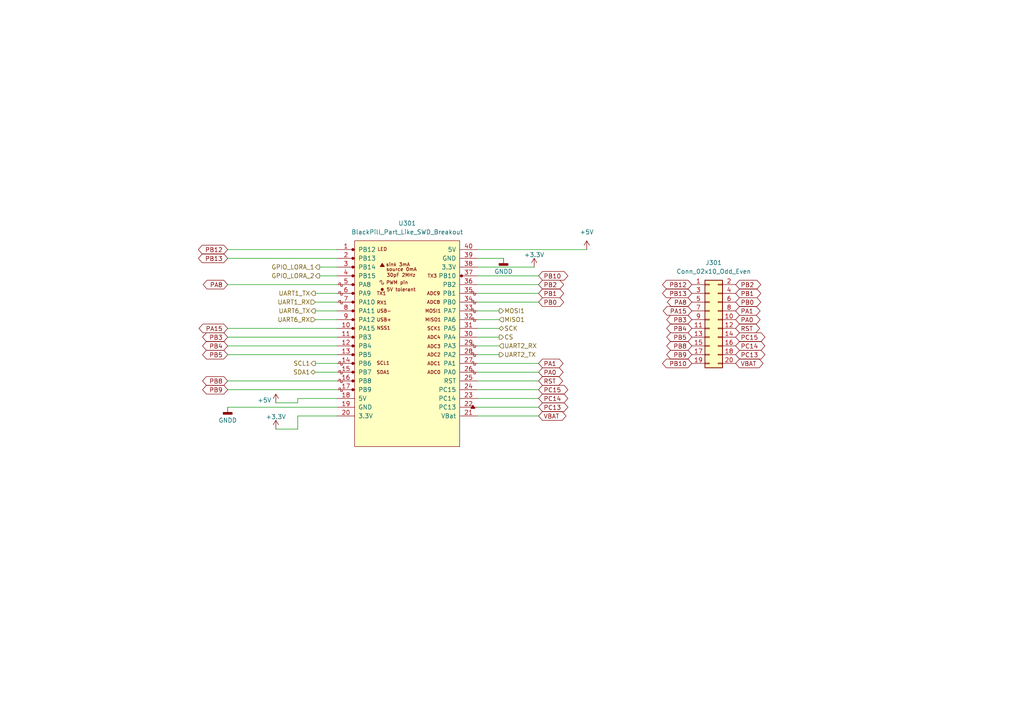
<source format=kicad_sch>
(kicad_sch (version 20231120) (generator "eeschema") (generator_version "8.0")
  (paper "A4")
  (lib_symbols
    (symbol "Connector_Generic:Conn_02x10_Odd_Even" (pin_names (offset 1.016) hide)
      (property "Reference" "J" (at 1.27 12.7 0))
      (property "Value" "Conn_02x10_Odd_Even" (at 1.27 -15.24 0))
      (symbol "Conn_02x10_Odd_Even_1_1"
        (rectangle (start -1.27 -12.573) (end 0 -12.827) (stroke (width 0.1524)))
        (rectangle (start -1.27 -10.033) (end 0 -10.287) (stroke (width 0.1524)))
        (rectangle (start -1.27 -7.493) (end 0 -7.747) (stroke (width 0.1524)))
        (rectangle (start -1.27 -4.953) (end 0 -5.207) (stroke (width 0.1524)))
        (rectangle (start -1.27 -2.413) (end 0 -2.667) (stroke (width 0.1524)))
        (rectangle (start -1.27 0.127) (end 0 -0.127) (stroke (width 0.1524)))
        (rectangle (start -1.27 2.667) (end 0 2.413) (stroke (width 0.1524)))
        (rectangle (start -1.27 5.207) (end 0 4.953) (stroke (width 0.1524)))
        (rectangle (start -1.27 7.747) (end 0 7.493) (stroke (width 0.1524)))
        (rectangle (start -1.27 10.287) (end 0 10.033) (stroke (width 0.1524)))
        (rectangle (start -1.27 11.43) (end 3.81 -13.97) (stroke (width 0.254)) (fill (type background)))
        (rectangle (start 3.81 -12.573) (end 2.54 -12.827) (stroke (width 0.1524)))
        (rectangle (start 3.81 -10.033) (end 2.54 -10.287) (stroke (width 0.1524)))
        (rectangle (start 3.81 -7.493) (end 2.54 -7.747) (stroke (width 0.1524)))
        (rectangle (start 3.81 -4.953) (end 2.54 -5.207) (stroke (width 0.1524)))
        (rectangle (start 3.81 -2.413) (end 2.54 -2.667) (stroke (width 0.1524)))
        (rectangle (start 3.81 0.127) (end 2.54 -0.127) (stroke (width 0.1524)))
        (rectangle (start 3.81 2.667) (end 2.54 2.413) (stroke (width 0.1524)))
        (rectangle (start 3.81 5.207) (end 2.54 4.953) (stroke (width 0.1524)))
        (rectangle (start 3.81 7.747) (end 2.54 7.493) (stroke (width 0.1524)))
        (rectangle (start 3.81 10.287) (end 2.54 10.033) (stroke (width 0.1524)))
        (pin passive line (at -5.08 10.16 0) (length 3.81) (name "Pin_1") (number "1"))
        (pin passive line (at 7.62 0 180) (length 3.81) (name "Pin_10") (number "10"))
        (pin passive line (at -5.08 -2.54 0) (length 3.81) (name "Pin_11") (number "11"))
        (pin passive line (at 7.62 -2.54 180) (length 3.81) (name "Pin_12") (number "12"))
        (pin passive line (at -5.08 -5.08 0) (length 3.81) (name "Pin_13") (number "13"))
        (pin passive line (at 7.62 -5.08 180) (length 3.81) (name "Pin_14") (number "14"))
        (pin passive line (at -5.08 -7.62 0) (length 3.81) (name "Pin_15") (number "15"))
        (pin passive line (at 7.62 -7.62 180) (length 3.81) (name "Pin_16") (number "16"))
        (pin passive line (at -5.08 -10.16 0) (length 3.81) (name "Pin_17") (number "17"))
        (pin passive line (at 7.62 -10.16 180) (length 3.81) (name "Pin_18") (number "18"))
        (pin passive line (at -5.08 -12.7 0) (length 3.81) (name "Pin_19") (number "19"))
        (pin passive line (at 7.62 10.16 180) (length 3.81) (name "Pin_2") (number "2"))
        (pin passive line (at 7.62 -12.7 180) (length 3.81) (name "Pin_20") (number "20"))
        (pin passive line (at -5.08 7.62 0) (length 3.81) (name "Pin_3") (number "3"))
        (pin passive line (at 7.62 7.62 180) (length 3.81) (name "Pin_4") (number "4"))
        (pin passive line (at -5.08 5.08 0) (length 3.81) (name "Pin_5") (number "5"))
        (pin passive line (at 7.62 5.08 180) (length 3.81) (name "Pin_6") (number "6"))
        (pin passive line (at -5.08 2.54 0) (length 3.81) (name "Pin_7") (number "7"))
        (pin passive line (at 7.62 2.54 180) (length 3.81) (name "Pin_8") (number "8"))
        (pin passive line (at -5.08 0 0) (length 3.81) (name "Pin_9") (number "9"))
      )
    )
    (symbol "STM32_Blue and Black Pills:BlackPill_Normal" (pin_names (offset 1.016))
      (property "Reference" "U" (at -12.7 22.86 0))
      (property "Value" "BlackPill_Normal" (at 0 -5.08 90))
      (symbol "BlackPill_Normal_0_0"
        (circle (center -15.748 -22.86) (radius 0.3556) (fill (type outline)))
        (circle (center -15.748 -20.32) (radius 0.3556) (fill (type outline)))
        (circle (center -15.748 -17.78) (radius 0.3556) (fill (type outline)))
        (circle (center -15.748 -15.24) (radius 0.3556) (fill (type outline)))
        (circle (center -15.748 -12.7) (radius 0.3556) (fill (type outline)))
        (circle (center -15.748 -10.16) (radius 0.3556) (fill (type outline)))
        (circle (center -15.748 -7.62) (radius 0.3556) (fill (type outline)))
        (circle (center -15.748 -5.08) (radius 0.3556) (fill (type outline)))
        (circle (center -15.748 -2.54) (radius 0.3556) (fill (type outline)))
        (circle (center -15.748 0) (radius 0.3556) (fill (type outline)))
        (circle (center -15.748 2.54) (radius 0.3556) (fill (type outline)))
        (circle (center -15.748 5.08) (radius 0.3556) (fill (type outline)))
        (circle (center -15.748 7.62) (radius 0.3556) (fill (type outline)))
        (circle (center -15.748 10.16) (radius 0.3556) (fill (type outline)))
        (circle (center -15.748 12.7) (radius 0.3556) (fill (type outline)))
        (circle (center -15.748 17.78) (radius 0.3556) (fill (type outline)))
        (circle (center -7.239 6.223) (radius 0.127) (fill (type outline)))
        (circle (center -7.239 6.223) (radius 0.254))
        (circle (center -7.239 6.223) (radius 0.3556))
        (polyline (pts (xy -7.874 12.827) (xy -7.239 13.843) (xy -6.604 12.827) (xy -7.874 12.827) (xy -7.239 13.716) (xy -6.731 12.827) (xy -7.747 12.954) (xy -7.239 13.589) (xy -6.858 12.827) (xy -7.62 13.081) (xy -7.112 13.462) (xy -6.985 12.827) (xy -7.493 13.208) (xy -6.985 13.335) (xy -7.112 12.954) (xy -7.366 13.208) (xy -7.112 13.081) (xy -7.239 13.335)))
        (polyline (pts (xy 18.415 -28.321) (xy 19.05 -27.305) (xy 19.685 -28.321) (xy 18.415 -28.321) (xy 19.05 -27.432) (xy 19.558 -28.321) (xy 18.542 -28.194) (xy 19.05 -27.559) (xy 19.431 -28.321) (xy 18.669 -28.067) (xy 19.177 -27.686) (xy 19.304 -28.321) (xy 18.796 -27.94) (xy 19.304 -27.813) (xy 19.177 -28.194) (xy 18.923 -27.94) (xy 19.177 -28.067) (xy 19.05 -27.813)))
        (circle (center 15.748 10.16) (radius 0.254) (fill (type outline)))
        (circle (center 15.748 10.16) (radius 0.3556))
        (text "30pF 2MHz" (at -1.778 10.414 0) (effects (font (size 0.9906 0.9906))))
        (text "5V tolerant" (at -1.778 6.223 0) (effects (font (size 0.9906 0.9906))))
        (text "ADC0" (at 7.747 -17.78 0) (effects (font (size 0.9906 0.9906))))
        (text "ADC1" (at 7.747 -15.24 0) (effects (font (size 0.9906 0.9906))))
        (text "ADC2" (at 7.747 -12.7 0) (effects (font (size 0.9906 0.9906))))
        (text "ADC3" (at 7.747 -10.287 0) (effects (font (size 0.9906 0.9906))))
        (text "ADC4" (at 7.747 -7.62 0) (effects (font (size 0.9906 0.9906))))
        (text "ADC8" (at 7.62 2.54 0) (effects (font (size 0.9906 0.9906))))
        (text "ADC9" (at 7.62 5.08 0) (effects (font (size 0.9906 0.9906))))
        (text "LED" (at -7.239 17.907 0) (effects (font (size 0.9906 0.9906))))
        (text "MISO1" (at 7.493 -2.54 0) (effects (font (size 0.9906 0.9906))))
        (text "MOSI1" (at 7.493 0 0) (effects (font (size 0.9906 0.9906))))
        (text "NSS1" (at -6.858 -4.953 0) (effects (font (size 0.9906 0.9906))))
        (text "PWM pin" (at -2.921 8.255 0) (effects (font (size 0.9906 0.9906))))
        (text "RX1" (at -7.366 2.413 0) (effects (font (size 0.9906 0.9906))))
        (text "SCK1" (at 7.747 -5.08 0) (effects (font (size 0.9906 0.9906))))
        (text "SCL1" (at -6.985 -15.113 0) (effects (font (size 0.9906 0.9906))))
        (text "SDA1" (at -6.985 -17.78 0) (effects (font (size 0.9906 0.9906))))
        (text "sink 3mA" (at -2.667 13.462 0) (effects (font (size 0.9906 0.9906))))
        (text "source 0mA" (at -1.651 12.065 0) (effects (font (size 0.9906 0.9906))))
        (text "TX1" (at -7.493 5.08 0) (effects (font (size 0.9906 0.9906))))
        (text "TX3" (at 7.239 10.16 0) (effects (font (size 0.9906 0.9906))))
        (text "USB+" (at -6.731 -2.54 0) (effects (font (size 0.9906 0.9906))))
        (text "USB-" (at -6.731 0 0) (effects (font (size 0.9906 0.9906))))
      )
      (symbol "BlackPill_Normal_0_1"
        (rectangle (start -15.24 20.32) (end 15.24 -39.37) (fill (type background)))
        (polyline (pts (xy -19.812 -22.86) (xy -19.812 -22.352) (xy -19.304 -22.352) (xy -19.304 -23.368) (xy -18.796 -23.368) (xy -18.796 -22.86)))
        (polyline (pts (xy -19.812 -20.32) (xy -19.812 -19.812) (xy -19.304 -19.812) (xy -19.304 -20.828) (xy -18.796 -20.828) (xy -18.796 -20.32)))
        (polyline (pts (xy -18.796 -17.78) (xy -18.796 -18.288) (xy -19.304 -18.288) (xy -19.304 -17.272) (xy -19.812 -17.272) (xy -19.812 -17.78)))
        (polyline (pts (xy -18.796 -15.24) (xy -18.796 -15.748) (xy -19.304 -15.748) (xy -19.304 -14.732) (xy -19.812 -14.732) (xy -19.812 -15.24)))
        (polyline (pts (xy -18.796 2.54) (xy -18.796 2.032) (xy -19.304 2.032) (xy -19.304 3.048) (xy -19.812 3.048) (xy -19.812 2.54)))
        (polyline (pts (xy -18.796 5.08) (xy -18.796 4.572) (xy -19.304 4.572) (xy -19.304 5.588) (xy -19.812 5.588) (xy -19.812 5.08)))
        (polyline (pts (xy -18.796 7.62) (xy -18.796 7.112) (xy -19.304 7.112) (xy -19.304 8.128) (xy -19.812 8.128) (xy -19.812 7.62)))
        (polyline (pts (xy -6.858 8.255) (xy -6.858 7.747) (xy -7.366 7.747) (xy -7.366 8.763) (xy -7.874 8.763) (xy -7.874 8.255)))
        (polyline (pts (xy 19.812 -17.78) (xy 19.812 -18.288) (xy 19.304 -18.288) (xy 19.304 -17.272) (xy 18.796 -17.272) (xy 18.796 -17.78)))
        (polyline (pts (xy 19.812 -15.24) (xy 19.812 -15.748) (xy 19.304 -15.748) (xy 19.304 -14.732) (xy 18.796 -14.732) (xy 18.796 -15.24)))
        (polyline (pts (xy 19.812 -12.7) (xy 19.812 -13.208) (xy 19.304 -13.208) (xy 19.304 -12.192) (xy 18.796 -12.192) (xy 18.796 -12.7)))
        (polyline (pts (xy 19.812 -10.16) (xy 19.812 -10.668) (xy 19.304 -10.668) (xy 19.304 -9.652) (xy 18.796 -9.652) (xy 18.796 -10.16)))
        (polyline (pts (xy 19.812 -2.54) (xy 19.812 -3.048) (xy 19.304 -3.048) (xy 19.304 -2.032) (xy 18.796 -2.032) (xy 18.796 -2.54)))
        (polyline (pts (xy 19.812 0) (xy 19.812 -0.508) (xy 19.304 -0.508) (xy 19.304 0.508) (xy 18.796 0.508) (xy 18.796 0)))
        (polyline (pts (xy 19.812 2.54) (xy 19.812 2.032) (xy 19.304 2.032) (xy 19.304 3.048) (xy 18.796 3.048) (xy 18.796 2.54)))
        (polyline (pts (xy 19.812 5.08) (xy 19.812 4.572) (xy 19.304 4.572) (xy 19.304 5.588) (xy 18.796 5.588) (xy 18.796 5.08)))
      )
      (symbol "BlackPill_Normal_1_1"
        (circle (center -15.748 15.24) (radius 0.3556) (fill (type outline)))
        (pin bidirectional line (at -20.32 17.78 0) (length 5.08) (name "PB12") (number "1"))
        (pin bidirectional line (at -20.32 -5.08 0) (length 5.08) (name "PA15") (number "10"))
        (pin bidirectional line (at -20.32 -7.62 0) (length 5.08) (name "PB3") (number "11"))
        (pin bidirectional line (at -20.32 -10.16 0) (length 5.08) (name "PB4") (number "12"))
        (pin bidirectional line (at -20.32 -12.7 0) (length 5.08) (name "PB5") (number "13"))
        (pin bidirectional line (at -20.32 -15.24 0) (length 5.08) (name "PB6") (number "14"))
        (pin bidirectional line (at -20.32 -17.78 0) (length 5.08) (name "PB7") (number "15"))
        (pin bidirectional line (at -20.32 -20.32 0) (length 5.08) (name "PB8") (number "16"))
        (pin bidirectional line (at -20.32 -22.86 0) (length 5.08) (name "PB9") (number "17"))
        (pin power_in line (at -20.32 -25.4 0) (length 5.08) (name "5V") (number "18"))
        (pin power_in line (at -20.32 -27.94 0) (length 5.08) (name "GND") (number "19"))
        (pin bidirectional line (at -20.32 15.24 0) (length 5.08) (name "PB13") (number "2"))
        (pin power_in line (at -20.32 -30.48 0) (length 5.08) (name "3.3V") (number "20"))
        (pin input line (at 20.32 -30.48 180) (length 5.08) (name "VBat") (number "21"))
        (pin bidirectional line (at 20.32 -27.94 180) (length 5.08) (name "PC13") (number "22"))
        (pin bidirectional line (at 20.32 -25.4 180) (length 5.08) (name "PC14") (number "23"))
        (pin bidirectional line (at 20.32 -22.86 180) (length 5.08) (name "PC15") (number "24"))
        (pin input line (at 20.32 -20.32 180) (length 5.08) (name "RST") (number "25"))
        (pin bidirectional line (at 20.32 -17.78 180) (length 5.08) (name "PA0") (number "26"))
        (pin bidirectional line (at 20.32 -15.24 180) (length 5.08) (name "PA1") (number "27"))
        (pin bidirectional line (at 20.32 -12.7 180) (length 5.08) (name "PA2") (number "28"))
        (pin bidirectional line (at 20.32 -10.16 180) (length 5.08) (name "PA3") (number "29"))
        (pin bidirectional line (at -20.32 12.7 0) (length 5.08) (name "PB14") (number "3"))
        (pin bidirectional line (at 20.32 -7.62 180) (length 5.08) (name "PA4") (number "30"))
        (pin bidirectional line (at 20.32 -5.08 180) (length 5.08) (name "PA5") (number "31"))
        (pin bidirectional line (at 20.32 -2.54 180) (length 5.08) (name "PA6") (number "32"))
        (pin bidirectional line (at 20.32 0 180) (length 5.08) (name "PA7") (number "33"))
        (pin bidirectional line (at 20.32 2.54 180) (length 5.08) (name "PB0") (number "34"))
        (pin bidirectional line (at 20.32 5.08 180) (length 5.08) (name "PB1") (number "35"))
        (pin bidirectional line (at 20.32 7.62 180) (length 5.08) (name "PB2") (number "36"))
        (pin bidirectional line (at 20.32 10.16 180) (length 5.08) (name "PB10") (number "37"))
        (pin power_in line (at 20.32 12.7 180) (length 5.08) (name "3.3V") (number "38"))
        (pin power_in line (at 20.32 15.24 180) (length 5.08) (name "GND") (number "39"))
        (pin bidirectional line (at -20.32 10.16 0) (length 5.08) (name "PB15") (number "4"))
        (pin power_in line (at 20.32 17.78 180) (length 5.08) (name "5V") (number "40"))
        (pin bidirectional line (at -20.32 7.62 0) (length 5.08) (name "PA8") (number "5"))
        (pin bidirectional line (at -20.32 5.08 0) (length 5.08) (name "PA9") (number "6"))
        (pin bidirectional line (at -20.32 2.54 0) (length 5.08) (name "PA10") (number "7"))
        (pin bidirectional line (at -20.32 0 0) (length 5.08) (name "PA11") (number "8"))
        (pin bidirectional line (at -20.32 -2.54 0) (length 5.08) (name "PA12") (number "9"))
      )
    )
    (symbol "power:+5V" (power) (pin_numbers hide) (pin_names (offset 0) hide)
      (property "Value" "+5V" (at 0 3.556 0))
      (symbol "+5V_0_1"
        (polyline (pts (xy -0.762 1.27) (xy 0 2.54)))
        (polyline (pts (xy 0 0) (xy 0 2.54)))
        (polyline (pts (xy 0 2.54) (xy 0.762 1.27)))
      )
      (symbol "+5V_1_1"
        (pin power_in line (at 0 0 90) (length 0) (name "~") (number "1"))
      )
    )
    (symbol "power:GNDD" (power) (pin_numbers hide) (pin_names (offset 0) hide)
      (property "Value" "GNDD" (at 0 -3.175 0))
      (symbol "GNDD_0_1"
        (rectangle (start -1.27 -1.524) (end 1.27 -2.032) (stroke (width 0.254)) (fill (type outline)))
        (polyline (pts (xy 0 0) (xy 0 -1.524)))
      )
      (symbol "GNDD_1_1"
        (pin power_in line (at 0 0 270) (length 0) (name "~") (number "1"))
      )
    )
    (symbol "power:VCC" (power) (pin_numbers hide) (pin_names (offset 0) hide)
      (property "Value" "VCC" (at 0 3.556 0))
      (symbol "VCC_0_1"
        (polyline (pts (xy -0.762 1.27) (xy 0 2.54)))
        (polyline (pts (xy 0 0) (xy 0 2.54)))
        (polyline (pts (xy 0 2.54) (xy 0.762 1.27)))
      )
      (symbol "VCC_1_1"
        (pin power_in line (at 0 0 90) (length 0) (name "~") (number "1"))
      )
    )
  )
  (wire (pts (xy 92.71 77.47) (xy 97.79 77.47)))
  (wire (pts (xy 156.21 87.63) (xy 138.43 87.63)))
  (wire (pts (xy 156.21 120.65) (xy 138.43 120.65)))
  (wire (pts (xy 156.21 118.11) (xy 138.43 118.11)))
  (wire (pts (xy 66.04 102.87) (xy 97.79 102.87)))
  (wire (pts (xy 66.04 100.33) (xy 97.79 100.33)))
  (wire (pts (xy 66.04 118.11) (xy 97.79 118.11)))
  (wire (pts (xy 66.04 113.03) (xy 97.79 113.03)))
  (wire (pts (xy 138.43 74.93) (xy 146.05 74.93)))
  (wire (pts (xy 91.44 90.17) (xy 97.79 90.17)))
  (wire (pts (xy 156.21 115.57) (xy 138.43 115.57)))
  (wire (pts (xy 80.01 124.46) (xy 86.36 124.46)))
  (wire (pts (xy 138.43 77.47) (xy 154.94 77.47)))
  (wire (pts (xy 156.21 113.03) (xy 138.43 113.03)))
  (wire (pts (xy 66.04 95.25) (xy 97.79 95.25)))
  (wire (pts (xy 91.44 92.71) (xy 97.79 92.71)))
  (wire (pts (xy 138.43 90.17) (xy 144.78 90.17)))
  (wire (pts (xy 86.36 115.57) (xy 97.79 115.57)))
  (wire (pts (xy 86.36 116.84) (xy 86.36 115.57)))
  (wire (pts (xy 156.21 82.55) (xy 138.43 82.55)))
  (wire (pts (xy 66.04 72.39) (xy 97.79 72.39)))
  (wire (pts (xy 170.18 72.39) (xy 138.43 72.39)))
  (wire (pts (xy 156.21 110.49) (xy 138.43 110.49)))
  (wire (pts (xy 66.04 74.93) (xy 97.79 74.93)))
  (wire (pts (xy 138.43 102.87) (xy 144.78 102.87)))
  (wire (pts (xy 91.44 85.09) (xy 97.79 85.09)))
  (wire (pts (xy 156.21 80.01) (xy 138.43 80.01)))
  (wire (pts (xy 138.43 92.71) (xy 144.78 92.71)))
  (wire (pts (xy 91.44 87.63) (xy 97.79 87.63)))
  (wire (pts (xy 86.36 124.46) (xy 86.36 120.65)))
  (wire (pts (xy 80.01 116.84) (xy 86.36 116.84)))
  (wire (pts (xy 92.71 80.01) (xy 97.79 80.01)))
  (wire (pts (xy 66.04 110.49) (xy 97.79 110.49)))
  (wire (pts (xy 138.43 97.79) (xy 144.78 97.79)))
  (wire (pts (xy 91.44 107.95) (xy 97.79 107.95)))
  (wire (pts (xy 156.21 107.95) (xy 138.43 107.95)))
  (wire (pts (xy 91.44 105.41) (xy 97.79 105.41)))
  (wire (pts (xy 66.04 82.55) (xy 97.79 82.55)))
  (wire (pts (xy 156.21 85.09) (xy 138.43 85.09)))
  (wire (pts (xy 138.43 100.33) (xy 144.78 100.33)))
  (wire (pts (xy 66.04 97.79) (xy 97.79 97.79)))
  (wire (pts (xy 156.21 105.41) (xy 138.43 105.41)))
  (wire (pts (xy 138.43 95.25) (xy 144.78 95.25)))
  (wire (pts (xy 86.36 120.65) (xy 97.79 120.65)))
  (global_label "PB3" (shape bidirectional) (at 66.04 97.79 180) (property "Intersheetrefs" "${INTERSHEET_REFS}" (effects (hide yes))))
  (global_label "PC13" (shape bidirectional) (at 156.21 118.11 0) (property "Intersheetrefs" "${INTERSHEET_REFS}" (effects (hide yes))))
  (global_label "PC15" (shape bidirectional) (at 156.21 113.03 0) (property "Intersheetrefs" "${INTERSHEET_REFS}" (effects (hide yes))))
  (global_label "PC14" (shape bidirectional) (at 156.21 115.57 0) (property "Intersheetrefs" "${INTERSHEET_REFS}" (effects (hide yes))))
  (global_label "RST" (shape bidirectional) (at 213.36 95.25 0) (property "Intersheetrefs" "${INTERSHEET_REFS}" (effects (hide yes))))
  (global_label "PB12" (shape bidirectional) (at 66.04 72.39 180) (property "Intersheetrefs" "${INTERSHEET_REFS}" (effects (hide yes))))
  (global_label "PB1" (shape bidirectional) (at 213.36 85.09 0) (property "Intersheetrefs" "${INTERSHEET_REFS}" (effects (hide yes))))
  (global_label "VBAT" (shape bidirectional) (at 213.36 105.41 0) (property "Intersheetrefs" "${INTERSHEET_REFS}" (effects (hide yes))))
  (global_label "RST" (shape bidirectional) (at 156.21 110.49 0) (property "Intersheetrefs" "${INTERSHEET_REFS}" (effects (hide yes))))
  (global_label "PA1" (shape bidirectional) (at 213.36 90.17 0) (property "Intersheetrefs" "${INTERSHEET_REFS}" (effects (hide yes))))
  (global_label "PB8" (shape bidirectional) (at 200.66 100.33 180) (property "Intersheetrefs" "${INTERSHEET_REFS}" (effects (hide yes))))
  (global_label "PA8" (shape bidirectional) (at 200.66 87.63 180) (property "Intersheetrefs" "${INTERSHEET_REFS}" (effects (hide yes))))
  (global_label "PA15" (shape bidirectional) (at 200.66 90.17 180) (property "Intersheetrefs" "${INTERSHEET_REFS}" (effects (hide yes))))
  (global_label "PB5" (shape bidirectional) (at 200.66 97.79 180) (property "Intersheetrefs" "${INTERSHEET_REFS}" (effects (hide yes))))
  (global_label "PB10" (shape bidirectional) (at 200.66 105.41 180) (property "Intersheetrefs" "${INTERSHEET_REFS}" (effects (hide yes))))
  (global_label "PB8" (shape bidirectional) (at 66.04 110.49 180) (property "Intersheetrefs" "${INTERSHEET_REFS}" (effects (hide yes))))
  (global_label "PB10" (shape bidirectional) (at 156.21 80.01 0) (property "Intersheetrefs" "${INTERSHEET_REFS}" (effects (hide yes))))
  (global_label "PB2" (shape bidirectional) (at 213.36 82.55 0) (property "Intersheetrefs" "${INTERSHEET_REFS}" (effects (hide yes))))
  (global_label "PB12" (shape bidirectional) (at 200.66 82.55 180) (property "Intersheetrefs" "${INTERSHEET_REFS}" (effects (hide yes))))
  (global_label "PB0" (shape bidirectional) (at 156.21 87.63 0) (property "Intersheetrefs" "${INTERSHEET_REFS}" (effects (hide yes))))
  (global_label "PA1" (shape bidirectional) (at 156.21 105.41 0) (property "Intersheetrefs" "${INTERSHEET_REFS}" (effects (hide yes))))
  (global_label "PB13" (shape bidirectional) (at 200.66 85.09 180) (property "Intersheetrefs" "${INTERSHEET_REFS}" (effects (hide yes))))
  (global_label "PB9" (shape bidirectional) (at 66.04 113.03 180) (property "Intersheetrefs" "${INTERSHEET_REFS}" (effects (hide yes))))
  (global_label "PB0" (shape bidirectional) (at 213.36 87.63 0) (property "Intersheetrefs" "${INTERSHEET_REFS}" (effects (hide yes))))
  (global_label "PB4" (shape bidirectional) (at 66.04 100.33 180) (property "Intersheetrefs" "${INTERSHEET_REFS}" (effects (hide yes))))
  (global_label "PB4" (shape bidirectional) (at 200.66 95.25 180) (property "Intersheetrefs" "${INTERSHEET_REFS}" (effects (hide yes))))
  (global_label "PA0" (shape bidirectional) (at 156.21 107.95 0) (property "Intersheetrefs" "${INTERSHEET_REFS}" (effects (hide yes))))
  (global_label "PB5" (shape bidirectional) (at 66.04 102.87 180) (property "Intersheetrefs" "${INTERSHEET_REFS}" (effects (hide yes))))
  (global_label "PB9" (shape bidirectional) (at 200.66 102.87 180) (property "Intersheetrefs" "${INTERSHEET_REFS}" (effects (hide yes))))
  (global_label "PC13" (shape bidirectional) (at 213.36 102.87 0) (property "Intersheetrefs" "${INTERSHEET_REFS}" (effects (hide yes))))
  (global_label "PB2" (shape bidirectional) (at 156.21 82.55 0) (property "Intersheetrefs" "${INTERSHEET_REFS}" (effects (hide yes))))
  (global_label "PB13" (shape bidirectional) (at 66.04 74.93 180) (property "Intersheetrefs" "${INTERSHEET_REFS}" (effects (hide yes))))
  (global_label "PB1" (shape bidirectional) (at 156.21 85.09 0) (property "Intersheetrefs" "${INTERSHEET_REFS}" (effects (hide yes))))
  (global_label "PA0" (shape bidirectional) (at 213.36 92.71 0) (property "Intersheetrefs" "${INTERSHEET_REFS}" (effects (hide yes))))
  (global_label "PA15" (shape bidirectional) (at 66.04 95.25 180) (property "Intersheetrefs" "${INTERSHEET_REFS}" (effects (hide yes))))
  (global_label "VBAT" (shape bidirectional) (at 156.21 120.65 0) (property "Intersheetrefs" "${INTERSHEET_REFS}" (effects (hide yes))))
  (global_label "PC15" (shape bidirectional) (at 213.36 97.79 0) (property "Intersheetrefs" "${INTERSHEET_REFS}" (effects (hide yes))))
  (global_label "PA8" (shape bidirectional) (at 66.04 82.55 180) (property "Intersheetrefs" "${INTERSHEET_REFS}" (effects (hide yes))))
  (global_label "PB3" (shape bidirectional) (at 200.66 92.71 180) (property "Intersheetrefs" "${INTERSHEET_REFS}" (effects (hide yes))))
  (global_label "PC14" (shape bidirectional) (at 213.36 100.33 0) (property "Intersheetrefs" "${INTERSHEET_REFS}" (effects (hide yes))))
  (hierarchical_label "SCL1" (shape output) (at 91.44 105.41 180))
  (hierarchical_label "CS" (shape output) (at 144.78 97.79 0))
  (hierarchical_label "GPIO_LORA_2" (shape output) (at 92.71 80.01 180))
  (hierarchical_label "MISO1" (shape input) (at 144.78 92.71 0))
  (hierarchical_label "UART1_TX" (shape output) (at 91.44 85.09 180))
  (hierarchical_label "SCK" (shape bidirectional) (at 144.78 95.25 0))
  (hierarchical_label "SDA1" (shape bidirectional) (at 91.44 107.95 180))
  (hierarchical_label "UART6_TX" (shape output) (at 91.44 90.17 180))
  (hierarchical_label "GPIO_LORA_1" (shape output) (at 92.71 77.47 180))
  (hierarchical_label "UART2_TX" (shape output) (at 144.78 102.87 0))
  (hierarchical_label "UART1_RX" (shape input) (at 91.44 87.63 180))
  (hierarchical_label "UART6_RX" (shape input) (at 91.44 92.71 180))
  (hierarchical_label "UART2_RX" (shape input) (at 144.78 100.33 0))
  (hierarchical_label "MOSI1" (shape output) (at 144.78 90.17 0))
  (symbol (lib_id "power:+5V") (at 80.01 116.84 0) (unit 1)
    (property "Reference" "#PWR0306" (effects (hide yes)))
    (property "Value" "+5V" (at 76.708 116.078 0))
    (property "Description" "Power symbol creates a global label with name \"+5V\"" (effects (hide yes)))
  )
  (symbol (lib_id "power:GNDD") (at 146.05 74.93 0) (unit 1)
    (property "Reference" "#PWR0303" (effects (hide yes)))
    (property "Value" "GNDD" (at 146.05 78.74 0))
    (property "Description" "Power symbol creates a global label with name \"GNDD\" , digital ground" (effects (hide yes)))
  )
  (symbol (lib_id "power:VCC") (at 154.94 77.47 0) (unit 1)
    (property "Reference" "#PWR0302" (effects (hide yes)))
    (property "Value" "+3.3V" (at 154.94 73.914 0))
    (property "Description" "Power symbol creates a global label with name \"VCC\"" (effects (hide yes)))
  )
  (symbol (lib_id "power:GNDD") (at 66.04 118.11 0) (unit 1)
    (property "Reference" "#PWR0304" (effects (hide yes)))
    (property "Value" "GNDD" (at 66.04 121.92 0))
    (property "Description" "Power symbol creates a global label with name \"GNDD\" , digital ground" (effects (hide yes)))
  )
  (symbol (lib_id "Connector_Generic:Conn_02x10_Odd_Even") (at 205.74 92.71 0) (unit 1)
    (property "Reference" "J301" (at 207.01 76.2 0))
    (property "Value" "Conn_02x10_Odd_Even" (at 207.01 78.74 0))
    (property "Description" "Generic connector, double row, 02x10, odd/even pin numbering scheme (row 1 odd numbers, row 2 even numbers), script generated (kicad-library-utils/schlib/autogen/connector/)" (effects (hide yes)))
  )
  (symbol (lib_id "power:VCC") (at 80.01 124.46 0) (unit 1)
    (property "Reference" "#PWR0305" (effects (hide yes)))
    (property "Value" "+3.3V" (at 80.01 120.904 0))
    (property "Description" "Power symbol creates a global label with name \"VCC\"" (effects (hide yes)))
  )
  (symbol (lib_id "power:+5V") (at 170.18 72.39 0) (unit 1)
    (property "Reference" "#PWR0301" (effects (hide yes)))
    (property "Value" "+5V" (at 170.18 67.31 0))
    (property "Description" "Power symbol creates a global label with name \"+5V\"" (effects (hide yes)))
  )
  (symbol (lib_id "STM32_Blue and Black Pills:BlackPill_Normal") (at 118.11 90.17 0) (unit 1)
    (property "Reference" "U301" (at 118.11 64.77 0))
    (property "Value" "BlackPill_Part_Like_SWD_Breakout" (at 118.11 67.31 0))
    (property "Footprint" "STM32 Eval Boards:Blackpill STM32F401CCU6" (effects (hide yes)))
    (property "Description" "STM32 Blue Pill ; KLC compliant" (effects (hide yes)))
  )
)
</source>
